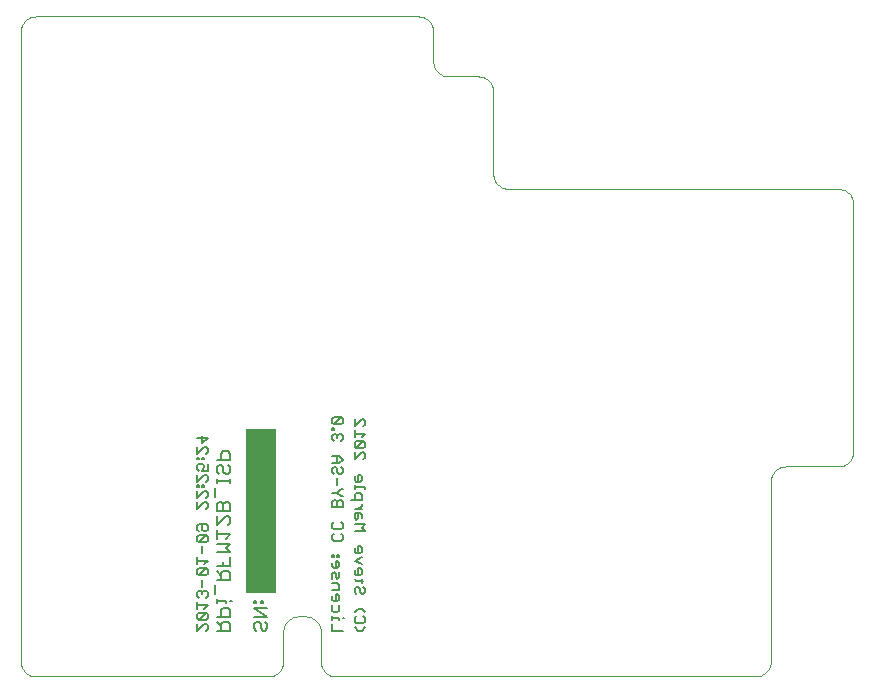
<source format=gbo>
G75*
G70*
%OFA0B0*%
%FSLAX24Y24*%
%IPPOS*%
%LPD*%
%AMOC8*
5,1,8,0,0,1.08239X$1,22.5*
%
%ADD10R,0.1000X0.5500*%
%ADD11C,0.0060*%
%ADD12C,0.0050*%
%ADD13C,0.0000*%
D10*
X009180Y006680D03*
D11*
X008150Y006700D02*
X008150Y006920D01*
X008077Y006994D01*
X008004Y006994D01*
X007930Y006920D01*
X007930Y006700D01*
X008004Y006533D02*
X008077Y006533D01*
X008150Y006460D01*
X008150Y006313D01*
X008077Y006240D01*
X008004Y006533D02*
X007710Y006240D01*
X007710Y006533D01*
X007710Y006700D02*
X007710Y006920D01*
X007783Y006994D01*
X007857Y006994D01*
X007930Y006920D01*
X007710Y006700D02*
X008150Y006700D01*
X007637Y007160D02*
X007637Y007454D01*
X007710Y007621D02*
X007710Y007768D01*
X007710Y007694D02*
X008150Y007694D01*
X008150Y007621D02*
X008150Y007768D01*
X008077Y007928D02*
X008004Y007928D01*
X007930Y008001D01*
X007930Y008148D01*
X007857Y008221D01*
X007783Y008221D01*
X007710Y008148D01*
X007710Y008001D01*
X007783Y007928D01*
X008077Y007928D02*
X008150Y008001D01*
X008150Y008148D01*
X008077Y008221D01*
X008150Y008388D02*
X007710Y008388D01*
X007857Y008388D02*
X007857Y008608D01*
X007930Y008682D01*
X008077Y008682D01*
X008150Y008608D01*
X008150Y008388D01*
X007710Y006073D02*
X007710Y005779D01*
X007710Y005926D02*
X008150Y005926D01*
X008004Y005779D01*
X008150Y005612D02*
X007710Y005612D01*
X008004Y005466D02*
X008150Y005612D01*
X008004Y005466D02*
X008150Y005319D01*
X007710Y005319D01*
X007930Y005005D02*
X007930Y004858D01*
X007930Y004692D02*
X007857Y004618D01*
X007857Y004398D01*
X007857Y004545D02*
X007710Y004692D01*
X007710Y004858D02*
X008150Y004858D01*
X008150Y005152D01*
X008077Y004692D02*
X007930Y004692D01*
X008077Y004692D02*
X008150Y004618D01*
X008150Y004398D01*
X007710Y004398D01*
X007637Y004231D02*
X007637Y003938D01*
X007710Y003778D02*
X007710Y003631D01*
X007710Y003704D02*
X008004Y003704D01*
X008004Y003631D01*
X008150Y003704D02*
X008224Y003704D01*
X008077Y003464D02*
X007930Y003464D01*
X007857Y003391D01*
X007857Y003170D01*
X007710Y003170D02*
X008150Y003170D01*
X008150Y003391D01*
X008077Y003464D01*
X008077Y003004D02*
X007930Y003004D01*
X007857Y002930D01*
X007857Y002710D01*
X007857Y002857D02*
X007710Y003004D01*
X007710Y002710D02*
X008150Y002710D01*
X008150Y002930D01*
X008077Y003004D01*
X008960Y002930D02*
X008960Y002783D01*
X009033Y002710D01*
X009180Y002783D02*
X009180Y002930D01*
X009107Y003004D01*
X009033Y003004D01*
X008960Y002930D01*
X008960Y003170D02*
X009400Y003170D01*
X008960Y003464D01*
X009400Y003464D01*
X009254Y003631D02*
X009180Y003631D01*
X009180Y003704D01*
X009254Y003704D01*
X009254Y003631D01*
X009033Y003631D02*
X009033Y003704D01*
X008960Y003704D01*
X008960Y003631D01*
X009033Y003631D01*
X009327Y003004D02*
X009400Y002930D01*
X009400Y002783D01*
X009327Y002710D01*
X009254Y002710D01*
X009180Y002783D01*
D12*
X007405Y002763D02*
X007347Y002705D01*
X007405Y002763D02*
X007405Y002880D01*
X007347Y002939D01*
X007289Y002939D01*
X007055Y002705D01*
X007055Y002939D01*
X007113Y003073D02*
X007347Y003307D01*
X007113Y003307D01*
X007055Y003248D01*
X007055Y003132D01*
X007113Y003073D01*
X007347Y003073D01*
X007405Y003132D01*
X007405Y003248D01*
X007347Y003307D01*
X007289Y003442D02*
X007405Y003558D01*
X007055Y003558D01*
X007055Y003442D02*
X007055Y003675D01*
X007113Y003810D02*
X007055Y003868D01*
X007055Y003985D01*
X007113Y004043D01*
X007172Y004043D01*
X007230Y003985D01*
X007230Y003927D01*
X007230Y003985D02*
X007289Y004043D01*
X007347Y004043D01*
X007405Y003985D01*
X007405Y003868D01*
X007347Y003810D01*
X007230Y004178D02*
X007230Y004412D01*
X007113Y004547D02*
X007347Y004780D01*
X007113Y004780D01*
X007055Y004722D01*
X007055Y004605D01*
X007113Y004547D01*
X007347Y004547D01*
X007405Y004605D01*
X007405Y004722D01*
X007347Y004780D01*
X007289Y004915D02*
X007405Y005032D01*
X007055Y005032D01*
X007055Y005148D02*
X007055Y004915D01*
X007230Y005283D02*
X007230Y005517D01*
X007113Y005652D02*
X007347Y005885D01*
X007113Y005885D01*
X007055Y005827D01*
X007055Y005710D01*
X007113Y005652D01*
X007347Y005652D01*
X007405Y005710D01*
X007405Y005827D01*
X007347Y005885D01*
X007347Y006020D02*
X007289Y006020D01*
X007230Y006078D01*
X007230Y006253D01*
X007113Y006253D02*
X007347Y006253D01*
X007405Y006195D01*
X007405Y006078D01*
X007347Y006020D01*
X007113Y006020D02*
X007055Y006078D01*
X007055Y006195D01*
X007113Y006253D01*
X007055Y006756D02*
X007289Y006990D01*
X007347Y006990D01*
X007405Y006932D01*
X007405Y006815D01*
X007347Y006756D01*
X007055Y006756D02*
X007055Y006990D01*
X007055Y007125D02*
X007289Y007358D01*
X007347Y007358D01*
X007405Y007300D01*
X007405Y007183D01*
X007347Y007125D01*
X007055Y007125D02*
X007055Y007358D01*
X007055Y007493D02*
X007113Y007493D01*
X007113Y007551D01*
X007055Y007551D01*
X007055Y007493D01*
X007230Y007493D02*
X007289Y007493D01*
X007289Y007551D01*
X007230Y007551D01*
X007230Y007493D01*
X007347Y007677D02*
X007405Y007736D01*
X007405Y007852D01*
X007347Y007911D01*
X007289Y007911D01*
X007055Y007677D01*
X007055Y007911D01*
X007113Y008046D02*
X007055Y008104D01*
X007055Y008221D01*
X007113Y008279D01*
X007230Y008279D01*
X007289Y008221D01*
X007289Y008162D01*
X007230Y008046D01*
X007405Y008046D01*
X007405Y008279D01*
X007289Y008414D02*
X007230Y008414D01*
X007230Y008472D01*
X007289Y008472D01*
X007289Y008414D01*
X007113Y008414D02*
X007055Y008414D01*
X007055Y008472D01*
X007113Y008472D01*
X007113Y008414D01*
X007055Y008598D02*
X007289Y008832D01*
X007347Y008832D01*
X007405Y008773D01*
X007405Y008656D01*
X007347Y008598D01*
X007055Y008598D02*
X007055Y008832D01*
X007230Y008966D02*
X007230Y009200D01*
X007055Y009141D02*
X007405Y009141D01*
X007230Y008966D01*
X011555Y009086D02*
X011613Y009028D01*
X011555Y009086D02*
X011555Y009203D01*
X011613Y009261D01*
X011672Y009261D01*
X011730Y009203D01*
X011730Y009144D01*
X011730Y009203D02*
X011789Y009261D01*
X011847Y009261D01*
X011905Y009203D01*
X011905Y009086D01*
X011847Y009028D01*
X011613Y009396D02*
X011613Y009454D01*
X011555Y009454D01*
X011555Y009396D01*
X011613Y009396D01*
X011613Y009580D02*
X011847Y009814D01*
X011613Y009814D01*
X011555Y009755D01*
X011555Y009639D01*
X011613Y009580D01*
X011847Y009580D01*
X011905Y009639D01*
X011905Y009755D01*
X011847Y009814D01*
X012305Y009752D02*
X012305Y009519D01*
X012539Y009752D01*
X012597Y009752D01*
X012655Y009694D01*
X012655Y009577D01*
X012597Y009519D01*
X012655Y009267D02*
X012305Y009267D01*
X012305Y009151D02*
X012305Y009384D01*
X012539Y009151D02*
X012655Y009267D01*
X012597Y009016D02*
X012363Y009016D01*
X012305Y008957D01*
X012305Y008841D01*
X012363Y008782D01*
X012597Y009016D01*
X012655Y008957D01*
X012655Y008841D01*
X012597Y008782D01*
X012363Y008782D01*
X012305Y008647D02*
X012305Y008414D01*
X012539Y008647D01*
X012597Y008647D01*
X012655Y008589D01*
X012655Y008472D01*
X012597Y008414D01*
X012480Y007911D02*
X012422Y007911D01*
X012422Y007677D01*
X012480Y007677D02*
X012363Y007677D01*
X012305Y007736D01*
X012305Y007852D01*
X012480Y007911D02*
X012539Y007852D01*
X012539Y007736D01*
X012480Y007677D01*
X012305Y007548D02*
X012305Y007432D01*
X012305Y007490D02*
X012655Y007490D01*
X012655Y007432D01*
X012480Y007297D02*
X012363Y007297D01*
X012305Y007239D01*
X012305Y007063D01*
X012188Y007063D02*
X012539Y007063D01*
X012539Y007239D01*
X012480Y007297D01*
X012539Y006932D02*
X012539Y006873D01*
X012422Y006756D01*
X012305Y006756D02*
X012539Y006756D01*
X012480Y006622D02*
X012305Y006622D01*
X012305Y006447D01*
X012363Y006388D01*
X012422Y006447D01*
X012422Y006622D01*
X012480Y006622D02*
X012539Y006563D01*
X012539Y006447D01*
X012655Y006253D02*
X012305Y006253D01*
X012305Y006020D02*
X012655Y006020D01*
X012539Y006137D01*
X012655Y006253D01*
X011905Y006256D02*
X011905Y006140D01*
X011847Y006081D01*
X011613Y006081D01*
X011555Y006140D01*
X011555Y006256D01*
X011613Y006315D01*
X011847Y006315D02*
X011905Y006256D01*
X011847Y005946D02*
X011905Y005888D01*
X011905Y005771D01*
X011847Y005713D01*
X011613Y005713D01*
X011555Y005771D01*
X011555Y005888D01*
X011613Y005946D01*
X012305Y005458D02*
X012305Y005342D01*
X012363Y005283D01*
X012480Y005283D01*
X012539Y005342D01*
X012539Y005458D01*
X012480Y005517D01*
X012422Y005517D01*
X012422Y005283D01*
X012539Y005148D02*
X012305Y005032D01*
X012539Y004915D01*
X012480Y004780D02*
X012422Y004780D01*
X012422Y004547D01*
X012480Y004547D02*
X012363Y004547D01*
X012305Y004605D01*
X012305Y004722D01*
X012480Y004780D02*
X012539Y004722D01*
X012539Y004605D01*
X012480Y004547D01*
X012539Y004418D02*
X012539Y004301D01*
X012597Y004359D02*
X012363Y004359D01*
X012305Y004418D01*
X012363Y004166D02*
X012305Y004108D01*
X012305Y003991D01*
X012363Y003933D01*
X012480Y003991D02*
X012480Y004108D01*
X012422Y004166D01*
X012363Y004166D01*
X012480Y003991D02*
X012539Y003933D01*
X012597Y003933D01*
X012655Y003991D01*
X012655Y004108D01*
X012597Y004166D01*
X012539Y003436D02*
X012422Y003436D01*
X012305Y003319D01*
X012363Y003184D02*
X012305Y003126D01*
X012305Y003009D01*
X012363Y002951D01*
X012597Y002951D01*
X012655Y003009D01*
X012655Y003126D01*
X012597Y003184D01*
X012655Y003319D02*
X012539Y003436D01*
X011964Y003132D02*
X011905Y003132D01*
X011789Y003132D02*
X011555Y003132D01*
X011555Y003190D02*
X011555Y003073D01*
X011555Y002939D02*
X011555Y002705D01*
X011905Y002705D01*
X011789Y003073D02*
X011789Y003132D01*
X011730Y003319D02*
X011613Y003319D01*
X011555Y003377D01*
X011555Y003552D01*
X011613Y003687D02*
X011730Y003687D01*
X011789Y003746D01*
X011789Y003862D01*
X011730Y003921D01*
X011672Y003921D01*
X011672Y003687D01*
X011613Y003687D02*
X011555Y003746D01*
X011555Y003862D01*
X011555Y004055D02*
X011789Y004055D01*
X011789Y004231D01*
X011730Y004289D01*
X011555Y004289D01*
X011555Y004424D02*
X011555Y004599D01*
X011613Y004657D01*
X011672Y004599D01*
X011672Y004482D01*
X011730Y004424D01*
X011789Y004482D01*
X011789Y004657D01*
X011730Y004792D02*
X011789Y004850D01*
X011789Y004967D01*
X011730Y005026D01*
X011672Y005026D01*
X011672Y004792D01*
X011730Y004792D02*
X011613Y004792D01*
X011555Y004850D01*
X011555Y004967D01*
X011555Y005160D02*
X011613Y005160D01*
X011613Y005219D01*
X011555Y005219D01*
X011555Y005160D01*
X011730Y005160D02*
X011789Y005160D01*
X011789Y005219D01*
X011730Y005219D01*
X011730Y005160D01*
X011730Y006818D02*
X011730Y006993D01*
X011672Y007051D01*
X011613Y007051D01*
X011555Y006993D01*
X011555Y006818D01*
X011905Y006818D01*
X011905Y006993D01*
X011847Y007051D01*
X011789Y007051D01*
X011730Y006993D01*
X011847Y007186D02*
X011730Y007303D01*
X011555Y007303D01*
X011730Y007303D02*
X011847Y007420D01*
X011905Y007420D01*
X011730Y007554D02*
X011730Y007788D01*
X011789Y007923D02*
X011730Y007981D01*
X011730Y008098D01*
X011672Y008156D01*
X011613Y008156D01*
X011555Y008098D01*
X011555Y007981D01*
X011613Y007923D01*
X011789Y007923D02*
X011847Y007923D01*
X011905Y007981D01*
X011905Y008098D01*
X011847Y008156D01*
X011789Y008291D02*
X011905Y008408D01*
X011789Y008525D01*
X011555Y008525D01*
X011730Y008525D02*
X011730Y008291D01*
X011789Y008291D02*
X011555Y008291D01*
X011847Y007186D02*
X011905Y007186D01*
X011789Y003552D02*
X011789Y003377D01*
X011730Y003319D01*
X012305Y002822D02*
X012422Y002705D01*
X012539Y002705D01*
X012655Y002822D01*
D13*
X009430Y001180D02*
X001680Y001180D01*
X001636Y001182D01*
X001593Y001188D01*
X001551Y001197D01*
X001509Y001210D01*
X001469Y001227D01*
X001430Y001247D01*
X001393Y001270D01*
X001359Y001297D01*
X001326Y001326D01*
X001297Y001359D01*
X001270Y001393D01*
X001247Y001430D01*
X001227Y001469D01*
X001210Y001509D01*
X001197Y001551D01*
X001188Y001593D01*
X001182Y001636D01*
X001180Y001680D01*
X001180Y022680D01*
X001182Y022724D01*
X001188Y022767D01*
X001197Y022809D01*
X001210Y022851D01*
X001227Y022891D01*
X001247Y022930D01*
X001270Y022967D01*
X001297Y023001D01*
X001326Y023034D01*
X001359Y023063D01*
X001393Y023090D01*
X001430Y023113D01*
X001469Y023133D01*
X001509Y023150D01*
X001551Y023163D01*
X001593Y023172D01*
X001636Y023178D01*
X001680Y023180D01*
X014430Y023180D01*
X014474Y023178D01*
X014517Y023172D01*
X014559Y023163D01*
X014601Y023150D01*
X014641Y023133D01*
X014680Y023113D01*
X014717Y023090D01*
X014751Y023063D01*
X014784Y023034D01*
X014813Y023001D01*
X014840Y022967D01*
X014863Y022930D01*
X014883Y022891D01*
X014900Y022851D01*
X014913Y022809D01*
X014922Y022767D01*
X014928Y022724D01*
X014930Y022680D01*
X014930Y021680D01*
X014932Y021636D01*
X014938Y021593D01*
X014947Y021551D01*
X014960Y021509D01*
X014977Y021469D01*
X014997Y021430D01*
X015020Y021393D01*
X015047Y021359D01*
X015076Y021326D01*
X015109Y021297D01*
X015143Y021270D01*
X015180Y021247D01*
X015219Y021227D01*
X015259Y021210D01*
X015301Y021197D01*
X015343Y021188D01*
X015386Y021182D01*
X015430Y021180D01*
X016430Y021180D01*
X016474Y021178D01*
X016517Y021172D01*
X016559Y021163D01*
X016601Y021150D01*
X016641Y021133D01*
X016680Y021113D01*
X016717Y021090D01*
X016751Y021063D01*
X016784Y021034D01*
X016813Y021001D01*
X016840Y020967D01*
X016863Y020930D01*
X016883Y020891D01*
X016900Y020851D01*
X016913Y020809D01*
X016922Y020767D01*
X016928Y020724D01*
X016930Y020680D01*
X016930Y017930D01*
X016932Y017886D01*
X016938Y017843D01*
X016947Y017801D01*
X016960Y017759D01*
X016977Y017719D01*
X016997Y017680D01*
X017020Y017643D01*
X017047Y017609D01*
X017076Y017576D01*
X017109Y017547D01*
X017143Y017520D01*
X017180Y017497D01*
X017219Y017477D01*
X017259Y017460D01*
X017301Y017447D01*
X017343Y017438D01*
X017386Y017432D01*
X017430Y017430D01*
X028430Y017430D01*
X028474Y017428D01*
X028517Y017422D01*
X028559Y017413D01*
X028601Y017400D01*
X028641Y017383D01*
X028680Y017363D01*
X028717Y017340D01*
X028751Y017313D01*
X028784Y017284D01*
X028813Y017251D01*
X028840Y017217D01*
X028863Y017180D01*
X028883Y017141D01*
X028900Y017101D01*
X028913Y017059D01*
X028922Y017017D01*
X028928Y016974D01*
X028930Y016930D01*
X028930Y008680D01*
X028928Y008636D01*
X028922Y008593D01*
X028913Y008551D01*
X028900Y008509D01*
X028883Y008469D01*
X028863Y008430D01*
X028840Y008393D01*
X028813Y008359D01*
X028784Y008326D01*
X028751Y008297D01*
X028717Y008270D01*
X028680Y008247D01*
X028641Y008227D01*
X028601Y008210D01*
X028559Y008197D01*
X028517Y008188D01*
X028474Y008182D01*
X028430Y008180D01*
X026680Y008180D01*
X026636Y008178D01*
X026593Y008172D01*
X026551Y008163D01*
X026509Y008150D01*
X026469Y008133D01*
X026430Y008113D01*
X026393Y008090D01*
X026359Y008063D01*
X026326Y008034D01*
X026297Y008001D01*
X026270Y007967D01*
X026247Y007930D01*
X026227Y007891D01*
X026210Y007851D01*
X026197Y007809D01*
X026188Y007767D01*
X026182Y007724D01*
X026180Y007680D01*
X026180Y001680D01*
X026178Y001636D01*
X026172Y001593D01*
X026163Y001551D01*
X026150Y001509D01*
X026133Y001469D01*
X026113Y001430D01*
X026090Y001393D01*
X026063Y001359D01*
X026034Y001326D01*
X026001Y001297D01*
X025967Y001270D01*
X025930Y001247D01*
X025891Y001227D01*
X025851Y001210D01*
X025809Y001197D01*
X025767Y001188D01*
X025724Y001182D01*
X025680Y001180D01*
X011680Y001180D01*
X011636Y001182D01*
X011593Y001188D01*
X011551Y001197D01*
X011509Y001210D01*
X011469Y001227D01*
X011430Y001247D01*
X011393Y001270D01*
X011359Y001297D01*
X011326Y001326D01*
X011297Y001359D01*
X011270Y001393D01*
X011247Y001430D01*
X011227Y001469D01*
X011210Y001509D01*
X011197Y001551D01*
X011188Y001593D01*
X011182Y001636D01*
X011180Y001680D01*
X011180Y002680D01*
X011178Y002724D01*
X011172Y002767D01*
X011163Y002809D01*
X011150Y002851D01*
X011133Y002891D01*
X011113Y002930D01*
X011090Y002967D01*
X011063Y003001D01*
X011034Y003034D01*
X011001Y003063D01*
X010967Y003090D01*
X010930Y003113D01*
X010891Y003133D01*
X010851Y003150D01*
X010809Y003163D01*
X010767Y003172D01*
X010724Y003178D01*
X010680Y003180D01*
X010430Y003180D01*
X010386Y003178D01*
X010343Y003172D01*
X010301Y003163D01*
X010259Y003150D01*
X010219Y003133D01*
X010180Y003113D01*
X010143Y003090D01*
X010109Y003063D01*
X010076Y003034D01*
X010047Y003001D01*
X010020Y002967D01*
X009997Y002930D01*
X009977Y002891D01*
X009960Y002851D01*
X009947Y002809D01*
X009938Y002767D01*
X009932Y002724D01*
X009930Y002680D01*
X009930Y001680D01*
X009928Y001636D01*
X009922Y001593D01*
X009913Y001551D01*
X009900Y001509D01*
X009883Y001469D01*
X009863Y001430D01*
X009840Y001393D01*
X009813Y001359D01*
X009784Y001326D01*
X009751Y001297D01*
X009717Y001270D01*
X009680Y001247D01*
X009641Y001227D01*
X009601Y001210D01*
X009559Y001197D01*
X009517Y001188D01*
X009474Y001182D01*
X009430Y001180D01*
M02*

</source>
